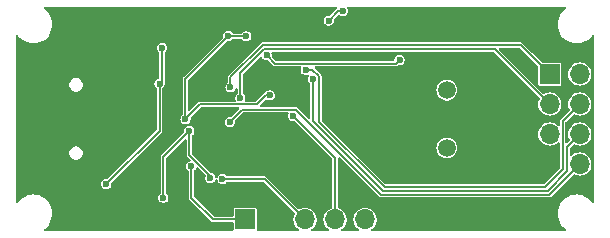
<source format=gbr>
%TF.GenerationSoftware,KiCad,Pcbnew,8.0.4*%
%TF.CreationDate,2024-10-29T04:22:13+09:00*%
%TF.ProjectId,ST-LINK-V2_1,53542d4c-494e-44b2-9d56-325f312e6b69,Rev2*%
%TF.SameCoordinates,Original*%
%TF.FileFunction,Copper,L2,Bot*%
%TF.FilePolarity,Positive*%
%FSLAX46Y46*%
G04 Gerber Fmt 4.6, Leading zero omitted, Abs format (unit mm)*
G04 Created by KiCad (PCBNEW 8.0.4) date 2024-10-29 04:22:13*
%MOMM*%
%LPD*%
G01*
G04 APERTURE LIST*
%TA.AperFunction,ComponentPad*%
%ADD10R,1.700000X1.700000*%
%TD*%
%TA.AperFunction,ComponentPad*%
%ADD11O,1.700000X1.700000*%
%TD*%
%TA.AperFunction,ComponentPad*%
%ADD12C,1.500000*%
%TD*%
%TA.AperFunction,ComponentPad*%
%ADD13O,2.100000X1.000000*%
%TD*%
%TA.AperFunction,ComponentPad*%
%ADD14O,1.800000X1.000000*%
%TD*%
%TA.AperFunction,ViaPad*%
%ADD15C,0.600000*%
%TD*%
%TA.AperFunction,Conductor*%
%ADD16C,0.200000*%
%TD*%
G04 APERTURE END LIST*
D10*
%TO.P,J2,1,Pin_1*%
%TO.N,/T_SWCLK*%
X43725000Y-4200000D03*
D11*
%TO.P,J2,2,Pin_2*%
%TO.N,+3.3V*%
X46265000Y-4200000D03*
%TO.P,J2,3,Pin_3*%
%TO.N,/T_SWDIO*%
X43725000Y-6740000D03*
%TO.P,J2,4,Pin_4*%
%TO.N,/T_RXD*%
X46265000Y-6740000D03*
%TO.P,J2,5,Pin_5*%
%TO.N,/T_NRST*%
X43725000Y-9280000D03*
%TO.P,J2,6,Pin_6*%
%TO.N,/T_TXD*%
X46265000Y-9280000D03*
%TO.P,J2,7,Pin_7*%
%TO.N,GND*%
X43725000Y-11820000D03*
%TO.P,J2,8,Pin_8*%
%TO.N,/T_SWO*%
X46265000Y-11820000D03*
%TD*%
D12*
%TO.P,Y1,1,1*%
%TO.N,/OSC_IN*%
X35000000Y-10450000D03*
%TO.P,Y1,2,2*%
%TO.N,/OSC_OUT*%
X35000000Y-5570000D03*
%TD*%
D10*
%TO.P,J3,1,Pin_1*%
%TO.N,/SWDIO*%
X17920000Y-16500000D03*
D11*
%TO.P,J3,2,Pin_2*%
%TO.N,GND*%
X20460000Y-16500000D03*
%TO.P,J3,3,Pin_3*%
%TO.N,/SWCLK*%
X23000000Y-16500000D03*
%TO.P,J3,4,Pin_4*%
%TO.N,/NRST*%
X25540000Y-16500000D03*
%TO.P,J3,5,Pin_5*%
%TO.N,+3.3V*%
X28080000Y-16500000D03*
%TD*%
D13*
%TO.P,J1,S1,SHIELD*%
%TO.N,GND*%
X4105000Y-3680000D03*
D14*
X-75000Y-3680000D03*
D13*
X4105000Y-12320000D03*
D14*
X-75000Y-12320000D03*
%TD*%
D15*
%TO.N,VCC*%
X6170000Y-13510000D03*
X10900000Y-1990000D03*
X10675000Y-5000000D03*
%TO.N,+3.3V*%
X14980000Y-13000000D03*
X11000000Y-14675000D03*
X16500000Y-980000D03*
X26180000Y1150000D03*
X12875000Y-8000000D03*
X18030000Y-1000000D03*
X13200000Y-9000000D03*
X25000000Y325000D03*
X20000000Y-6000000D03*
%TO.N,GND*%
X30000000Y-6000000D03*
X21000000Y-5500000D03*
X14000000Y-8500000D03*
X36500000Y-9250000D03*
X25660000Y-2660000D03*
X9800000Y-3000000D03*
X18000000Y-14000000D03*
X9500000Y-500000D03*
X15000000Y-4000000D03*
X39480000Y-5500000D03*
%TO.N,/NRST*%
X22000000Y-7750000D03*
%TO.N,/T_SWDIO*%
X17510000Y-6250000D03*
%TO.N,/T_SWCLK*%
X16680000Y-5320000D03*
%TO.N,/SWDIO*%
X13370000Y-12000000D03*
%TO.N,/T_RXD*%
X23050000Y-3840000D03*
%TO.N,/T_SWO*%
X16630000Y-8250000D03*
%TO.N,/T_TXD*%
X23660000Y-4620000D03*
%TO.N,/T_NRST*%
X31000000Y-3000000D03*
X19750000Y-2600000D03*
%TO.N,/SWCLK*%
X16000000Y-13083000D03*
%TD*%
D16*
%TO.N,VCC*%
X10675000Y-5000000D02*
X10675000Y-9005000D01*
X10675000Y-9005000D02*
X6170000Y-13510000D01*
X10900000Y-1990000D02*
X10900000Y-4775000D01*
X10900000Y-4775000D02*
X10675000Y-5000000D01*
%TO.N,+3.3V*%
X19710000Y-6000000D02*
X20000000Y-6000000D01*
X13200000Y-11028291D02*
X14980000Y-12808291D01*
X13200000Y-9000000D02*
X11000000Y-11200000D01*
X16520000Y-1000000D02*
X16500000Y-980000D01*
X13200000Y-9000000D02*
X13200000Y-11028291D01*
X18933000Y-6777000D02*
X14098000Y-6777000D01*
X25825000Y1150000D02*
X25000000Y325000D01*
X18030000Y-1000000D02*
X16520000Y-1000000D01*
X14980000Y-12808291D02*
X14980000Y-13000000D01*
X16500000Y-980000D02*
X12875000Y-4605000D01*
X18933000Y-6777000D02*
X19710000Y-6000000D01*
X26180000Y1150000D02*
X25825000Y1150000D01*
X11000000Y-11200000D02*
X11000000Y-14675000D01*
X14098000Y-6777000D02*
X12875000Y-8000000D01*
X12875000Y-4605000D02*
X12875000Y-8000000D01*
%TO.N,GND*%
X25847000Y-2473000D02*
X36453000Y-2473000D01*
X36453000Y-2473000D02*
X39480000Y-5500000D01*
X25660000Y-2660000D02*
X25847000Y-2473000D01*
%TO.N,/NRST*%
X25540000Y-16500000D02*
X25540000Y-11290000D01*
X25540000Y-11290000D02*
X22000000Y-7750000D01*
%TO.N,/T_SWDIO*%
X19531709Y-2073000D02*
X17510000Y-4094709D01*
X39058000Y-2073000D02*
X19531709Y-2073000D01*
X43725000Y-6740000D02*
X39058000Y-2073000D01*
X17510000Y-4094709D02*
X17510000Y-6250000D01*
%TO.N,/T_SWCLK*%
X43725000Y-4200000D02*
X41271000Y-1746000D01*
X19396261Y-1746000D02*
X16680000Y-4462261D01*
X41271000Y-1746000D02*
X19396261Y-1746000D01*
X16680000Y-4462261D02*
X16680000Y-5320000D01*
%TO.N,/SWDIO*%
X13370000Y-12000000D02*
X13370000Y-14670000D01*
X15200000Y-16500000D02*
X17920000Y-16500000D01*
X13370000Y-14670000D02*
X15200000Y-16500000D01*
%TO.N,/T_RXD*%
X29700000Y-13700000D02*
X29662448Y-13700000D01*
X44802000Y-12266109D02*
X43322109Y-13746000D01*
X24181224Y-8218776D02*
X24187000Y-8213000D01*
X29746000Y-13746000D02*
X29700000Y-13700000D01*
X24187000Y-8213000D02*
X24187000Y-4401709D01*
X43322109Y-13746000D02*
X29746000Y-13746000D01*
X29662448Y-13700000D02*
X24181224Y-8218776D01*
X44802000Y-8203000D02*
X44802000Y-12266109D01*
X23625291Y-3840000D02*
X23050000Y-3840000D01*
X24187000Y-4401709D02*
X23625291Y-3840000D01*
X46265000Y-6740000D02*
X44802000Y-8203000D01*
%TO.N,/T_SWO*%
X22218291Y-7223000D02*
X29395291Y-14400000D01*
X16630000Y-8250000D02*
X17657000Y-7223000D01*
X43685000Y-14400000D02*
X46265000Y-11820000D01*
X29395291Y-14400000D02*
X43685000Y-14400000D01*
X17657000Y-7223000D02*
X22218291Y-7223000D01*
%TO.N,/T_TXD*%
X23660000Y-4620000D02*
X23660000Y-8160000D01*
X23660000Y-8160000D02*
X29573000Y-14073000D01*
X45188000Y-12434552D02*
X45188000Y-10357000D01*
X45188000Y-10357000D02*
X46265000Y-9280000D01*
X43549552Y-14073000D02*
X45188000Y-12434552D01*
X29573000Y-14073000D02*
X43549552Y-14073000D01*
%TO.N,/T_NRST*%
X20463000Y-3313000D02*
X30687000Y-3313000D01*
X19750000Y-2600000D02*
X20463000Y-3313000D01*
X30687000Y-3313000D02*
X31000000Y-3000000D01*
%TO.N,/SWCLK*%
X23000000Y-16500000D02*
X19583000Y-13083000D01*
X19583000Y-13083000D02*
X16000000Y-13083000D01*
%TD*%
%TA.AperFunction,Conductor*%
%TO.N,GND*%
G36*
X25671951Y1480593D02*
G01*
X25707915Y1431093D01*
X25707915Y1369907D01*
X25683763Y1330496D01*
X25134761Y781496D01*
X25080245Y753719D01*
X25064758Y752500D01*
X24938533Y752500D01*
X24820582Y717866D01*
X24717167Y651406D01*
X24717167Y651405D01*
X24636667Y558504D01*
X24585598Y446677D01*
X24585597Y446674D01*
X24568104Y325003D01*
X24568104Y324998D01*
X24585597Y203327D01*
X24585598Y203324D01*
X24585598Y203323D01*
X24585599Y203321D01*
X24636666Y91499D01*
X24636667Y91497D01*
X24717167Y-1404D01*
X24717167Y-1405D01*
X24820582Y-67865D01*
X24820584Y-67866D01*
X24938535Y-102500D01*
X24938536Y-102500D01*
X25061464Y-102500D01*
X25061465Y-102500D01*
X25179416Y-67866D01*
X25282832Y-1405D01*
X25363334Y91499D01*
X25414401Y203321D01*
X25414402Y203327D01*
X25431896Y324999D01*
X25431896Y325001D01*
X25425100Y372262D01*
X25435532Y432552D01*
X25453085Y456354D01*
X25793979Y797248D01*
X25848494Y825023D01*
X25908926Y815452D01*
X25917502Y810527D01*
X26000584Y757134D01*
X26118535Y722500D01*
X26118536Y722500D01*
X26241464Y722500D01*
X26241465Y722500D01*
X26359416Y757134D01*
X26462832Y823595D01*
X26543334Y916499D01*
X26594401Y1028321D01*
X26611896Y1150000D01*
X26595266Y1265661D01*
X26594402Y1271674D01*
X26594401Y1271677D01*
X26594401Y1271679D01*
X26554351Y1359376D01*
X26547378Y1420161D01*
X26577465Y1473438D01*
X26633121Y1498855D01*
X26644406Y1499500D01*
X45032767Y1499500D01*
X45090958Y1480593D01*
X45126922Y1431093D01*
X45126922Y1369907D01*
X45090958Y1320407D01*
X45084495Y1316089D01*
X45056343Y1298838D01*
X45056335Y1298832D01*
X44864785Y1135233D01*
X44864767Y1135215D01*
X44701168Y943665D01*
X44701162Y943657D01*
X44569535Y728863D01*
X44569532Y728857D01*
X44473127Y496114D01*
X44414316Y251147D01*
X44394551Y0D01*
X44414316Y-251146D01*
X44473127Y-496113D01*
X44569532Y-728856D01*
X44569535Y-728862D01*
X44701162Y-943656D01*
X44701168Y-943664D01*
X44853204Y-1121676D01*
X44864776Y-1135224D01*
X44864782Y-1135229D01*
X44864785Y-1135232D01*
X45012824Y-1261669D01*
X45056341Y-1298836D01*
X45127941Y-1342712D01*
X45271137Y-1430464D01*
X45271143Y-1430467D01*
X45503887Y-1526872D01*
X45503889Y-1526873D01*
X45748852Y-1585683D01*
X46000000Y-1605449D01*
X46251148Y-1585683D01*
X46496111Y-1526873D01*
X46728859Y-1430466D01*
X46943659Y-1298836D01*
X47135224Y-1135224D01*
X47298836Y-943659D01*
X47316088Y-915505D01*
X47362613Y-875768D01*
X47423610Y-870967D01*
X47475780Y-902936D01*
X47499195Y-959464D01*
X47499500Y-967232D01*
X47499500Y-15032767D01*
X47480593Y-15090958D01*
X47431093Y-15126922D01*
X47369907Y-15126922D01*
X47320407Y-15090958D01*
X47316089Y-15084495D01*
X47309052Y-15073012D01*
X47298836Y-15056341D01*
X47251916Y-15001405D01*
X47135232Y-14864785D01*
X47135229Y-14864782D01*
X47135224Y-14864776D01*
X47135217Y-14864770D01*
X47135214Y-14864767D01*
X46943664Y-14701168D01*
X46943656Y-14701162D01*
X46728862Y-14569535D01*
X46728856Y-14569532D01*
X46496112Y-14473127D01*
X46496113Y-14473127D01*
X46251146Y-14414316D01*
X46000000Y-14394551D01*
X45748853Y-14414316D01*
X45503886Y-14473127D01*
X45271143Y-14569532D01*
X45271137Y-14569535D01*
X45056343Y-14701162D01*
X45056335Y-14701168D01*
X44864785Y-14864767D01*
X44864767Y-14864785D01*
X44701168Y-15056335D01*
X44701162Y-15056343D01*
X44569535Y-15271137D01*
X44569532Y-15271143D01*
X44473127Y-15503886D01*
X44414316Y-15748853D01*
X44394551Y-16000000D01*
X44414316Y-16251146D01*
X44473127Y-16496113D01*
X44569532Y-16728856D01*
X44569535Y-16728862D01*
X44701162Y-16943656D01*
X44701168Y-16943664D01*
X44788313Y-17045698D01*
X44864776Y-17135224D01*
X45056341Y-17298836D01*
X45056343Y-17298837D01*
X45084495Y-17316089D01*
X45124231Y-17362615D01*
X45129032Y-17423611D01*
X45097062Y-17475780D01*
X45040534Y-17499195D01*
X45032767Y-17499500D01*
X28678470Y-17499500D01*
X28620279Y-17480593D01*
X28584315Y-17431093D01*
X28584315Y-17369907D01*
X28620279Y-17320407D01*
X28623461Y-17318190D01*
X28625691Y-17316698D01*
X28625691Y-17316697D01*
X28625698Y-17316694D01*
X28774541Y-17194541D01*
X28896694Y-17045698D01*
X28987462Y-16875883D01*
X29043357Y-16691624D01*
X29052431Y-16599500D01*
X29062230Y-16500003D01*
X29062230Y-16499996D01*
X29043358Y-16308381D01*
X29043357Y-16308378D01*
X29043357Y-16308376D01*
X28987462Y-16124117D01*
X28948058Y-16050397D01*
X28896698Y-15954308D01*
X28896694Y-15954302D01*
X28774545Y-15805463D01*
X28774536Y-15805454D01*
X28625697Y-15683305D01*
X28625691Y-15683301D01*
X28455891Y-15592542D01*
X28455888Y-15592541D01*
X28455883Y-15592538D01*
X28271624Y-15536643D01*
X28271621Y-15536642D01*
X28271618Y-15536641D01*
X28080003Y-15517770D01*
X28079997Y-15517770D01*
X27888381Y-15536641D01*
X27888378Y-15536642D01*
X27704120Y-15592537D01*
X27704117Y-15592538D01*
X27704114Y-15592539D01*
X27704108Y-15592542D01*
X27534308Y-15683301D01*
X27534302Y-15683305D01*
X27385463Y-15805454D01*
X27385454Y-15805463D01*
X27263305Y-15954302D01*
X27263301Y-15954308D01*
X27172542Y-16124108D01*
X27172537Y-16124120D01*
X27116642Y-16308378D01*
X27116641Y-16308381D01*
X27097770Y-16499996D01*
X27097770Y-16500003D01*
X27116641Y-16691618D01*
X27116642Y-16691621D01*
X27116643Y-16691624D01*
X27172538Y-16875883D01*
X27172541Y-16875888D01*
X27172542Y-16875891D01*
X27263301Y-17045691D01*
X27263305Y-17045697D01*
X27385454Y-17194536D01*
X27385463Y-17194545D01*
X27450507Y-17247925D01*
X27534302Y-17316694D01*
X27534305Y-17316695D01*
X27534308Y-17316698D01*
X27536539Y-17318190D01*
X27537297Y-17319152D01*
X27538061Y-17319779D01*
X27537923Y-17319946D01*
X27574414Y-17366243D01*
X27576811Y-17427381D01*
X27542813Y-17478252D01*
X27485407Y-17499424D01*
X27481530Y-17499500D01*
X26138470Y-17499500D01*
X26080279Y-17480593D01*
X26044315Y-17431093D01*
X26044315Y-17369907D01*
X26080279Y-17320407D01*
X26083461Y-17318190D01*
X26085691Y-17316698D01*
X26085691Y-17316697D01*
X26085698Y-17316694D01*
X26234541Y-17194541D01*
X26356694Y-17045698D01*
X26447462Y-16875883D01*
X26503357Y-16691624D01*
X26512431Y-16599500D01*
X26522230Y-16500003D01*
X26522230Y-16499996D01*
X26503358Y-16308381D01*
X26503357Y-16308378D01*
X26503357Y-16308376D01*
X26447462Y-16124117D01*
X26408058Y-16050397D01*
X26356698Y-15954308D01*
X26356694Y-15954302D01*
X26234545Y-15805463D01*
X26234536Y-15805454D01*
X26085697Y-15683305D01*
X26085691Y-15683301D01*
X25915891Y-15592542D01*
X25915879Y-15592536D01*
X25837761Y-15568839D01*
X25787564Y-15533853D01*
X25767519Y-15476044D01*
X25767500Y-15474102D01*
X25767500Y-11332950D01*
X25786407Y-11274759D01*
X25835907Y-11238795D01*
X25897093Y-11238795D01*
X25936502Y-11262945D01*
X29266423Y-14592866D01*
X29266424Y-14592866D01*
X29266425Y-14592867D01*
X29350036Y-14627500D01*
X29350038Y-14627500D01*
X43730252Y-14627500D01*
X43730253Y-14627500D01*
X43813868Y-14592865D01*
X45700451Y-12706281D01*
X45754964Y-12678507D01*
X45815396Y-12688078D01*
X45817058Y-12688945D01*
X45889117Y-12727462D01*
X46073376Y-12783357D01*
X46073378Y-12783357D01*
X46073381Y-12783358D01*
X46264997Y-12802230D01*
X46265000Y-12802230D01*
X46265003Y-12802230D01*
X46456618Y-12783358D01*
X46456619Y-12783357D01*
X46456624Y-12783357D01*
X46640883Y-12727462D01*
X46766021Y-12660573D01*
X46810691Y-12636698D01*
X46810692Y-12636696D01*
X46810698Y-12636694D01*
X46959541Y-12514541D01*
X47081694Y-12365698D01*
X47099312Y-12332738D01*
X47114500Y-12304322D01*
X47172462Y-12195883D01*
X47228357Y-12011624D01*
X47229503Y-11999997D01*
X47247230Y-11820003D01*
X47247230Y-11819996D01*
X47228358Y-11628381D01*
X47228357Y-11628378D01*
X47228357Y-11628376D01*
X47172462Y-11444117D01*
X47124955Y-11355237D01*
X47081698Y-11274308D01*
X47081694Y-11274302D01*
X46959545Y-11125463D01*
X46959536Y-11125454D01*
X46810697Y-11003305D01*
X46810691Y-11003301D01*
X46640891Y-10912542D01*
X46640888Y-10912541D01*
X46640883Y-10912538D01*
X46456624Y-10856643D01*
X46456621Y-10856642D01*
X46456618Y-10856641D01*
X46265003Y-10837770D01*
X46264997Y-10837770D01*
X46073381Y-10856641D01*
X46073378Y-10856642D01*
X45902306Y-10908537D01*
X45889117Y-10912538D01*
X45889114Y-10912539D01*
X45889108Y-10912542D01*
X45719308Y-11003301D01*
X45719302Y-11003305D01*
X45577305Y-11119839D01*
X45520328Y-11142139D01*
X45461125Y-11126690D01*
X45422310Y-11079393D01*
X45415500Y-11043311D01*
X45415500Y-10492239D01*
X45434407Y-10434048D01*
X45444490Y-10422242D01*
X45700448Y-10166283D01*
X45754963Y-10138507D01*
X45815395Y-10148078D01*
X45817118Y-10148978D01*
X45889107Y-10187457D01*
X45889117Y-10187462D01*
X46073376Y-10243357D01*
X46073378Y-10243357D01*
X46073381Y-10243358D01*
X46264997Y-10262230D01*
X46265000Y-10262230D01*
X46265003Y-10262230D01*
X46456618Y-10243358D01*
X46456619Y-10243357D01*
X46456624Y-10243357D01*
X46640883Y-10187462D01*
X46810698Y-10096694D01*
X46959541Y-9974541D01*
X47081694Y-9825698D01*
X47172462Y-9655883D01*
X47228357Y-9471624D01*
X47233834Y-9416022D01*
X47247230Y-9280003D01*
X47247230Y-9279996D01*
X47228358Y-9088381D01*
X47228357Y-9088378D01*
X47228357Y-9088376D01*
X47172462Y-8904117D01*
X47098904Y-8766499D01*
X47081698Y-8734308D01*
X47081694Y-8734302D01*
X46959545Y-8585463D01*
X46959536Y-8585454D01*
X46810697Y-8463305D01*
X46810691Y-8463301D01*
X46640891Y-8372542D01*
X46640888Y-8372541D01*
X46640883Y-8372538D01*
X46456624Y-8316643D01*
X46456621Y-8316642D01*
X46456618Y-8316641D01*
X46265003Y-8297770D01*
X46264997Y-8297770D01*
X46073381Y-8316641D01*
X46073378Y-8316642D01*
X45889120Y-8372537D01*
X45889117Y-8372538D01*
X45889114Y-8372539D01*
X45889108Y-8372542D01*
X45719308Y-8463301D01*
X45719302Y-8463305D01*
X45570463Y-8585454D01*
X45570454Y-8585463D01*
X45448305Y-8734302D01*
X45448301Y-8734308D01*
X45357542Y-8904108D01*
X45357537Y-8904120D01*
X45301642Y-9088378D01*
X45301641Y-9088381D01*
X45282770Y-9279996D01*
X45282770Y-9280003D01*
X45301641Y-9471618D01*
X45301642Y-9471621D01*
X45301643Y-9471624D01*
X45357538Y-9655883D01*
X45390866Y-9718237D01*
X45396021Y-9727880D01*
X45406776Y-9788113D01*
X45380074Y-9843164D01*
X45378714Y-9844551D01*
X45198504Y-10024762D01*
X45143987Y-10052540D01*
X45083555Y-10042969D01*
X45040290Y-9999704D01*
X45029500Y-9954759D01*
X45029500Y-8338240D01*
X45048407Y-8280049D01*
X45058490Y-8268242D01*
X45700449Y-7626282D01*
X45754964Y-7598507D01*
X45815396Y-7608078D01*
X45817035Y-7608934D01*
X45889117Y-7647462D01*
X46073376Y-7703357D01*
X46073378Y-7703357D01*
X46073381Y-7703358D01*
X46264997Y-7722230D01*
X46265000Y-7722230D01*
X46265003Y-7722230D01*
X46456618Y-7703358D01*
X46456619Y-7703357D01*
X46456624Y-7703357D01*
X46640883Y-7647462D01*
X46810698Y-7556694D01*
X46959541Y-7434541D01*
X47081694Y-7285698D01*
X47083798Y-7281763D01*
X47141663Y-7173504D01*
X47172462Y-7115883D01*
X47228357Y-6931624D01*
X47228804Y-6927093D01*
X47247230Y-6740003D01*
X47247230Y-6739996D01*
X47228358Y-6548381D01*
X47228357Y-6548378D01*
X47228357Y-6548376D01*
X47172462Y-6364117D01*
X47133058Y-6290397D01*
X47081698Y-6194308D01*
X47081694Y-6194302D01*
X46959545Y-6045463D01*
X46959536Y-6045454D01*
X46810697Y-5923305D01*
X46810691Y-5923301D01*
X46640891Y-5832542D01*
X46640888Y-5832541D01*
X46640883Y-5832538D01*
X46456624Y-5776643D01*
X46456621Y-5776642D01*
X46456618Y-5776641D01*
X46265003Y-5757770D01*
X46264997Y-5757770D01*
X46073381Y-5776641D01*
X46073378Y-5776642D01*
X45889120Y-5832537D01*
X45889117Y-5832538D01*
X45889114Y-5832539D01*
X45889108Y-5832542D01*
X45719308Y-5923301D01*
X45719302Y-5923305D01*
X45570463Y-6045454D01*
X45570454Y-6045463D01*
X45448305Y-6194302D01*
X45448301Y-6194308D01*
X45357542Y-6364108D01*
X45357537Y-6364120D01*
X45301642Y-6548378D01*
X45301641Y-6548381D01*
X45282770Y-6739996D01*
X45282770Y-6740003D01*
X45301641Y-6931618D01*
X45301642Y-6931621D01*
X45357539Y-7115886D01*
X45357540Y-7115888D01*
X45396020Y-7187879D01*
X45406776Y-7248111D01*
X45380074Y-7303163D01*
X45378714Y-7304550D01*
X44673132Y-8010134D01*
X44609138Y-8074128D01*
X44609136Y-8074130D01*
X44609135Y-8074132D01*
X44589440Y-8121679D01*
X44574500Y-8157747D01*
X44574500Y-8503311D01*
X44555593Y-8561502D01*
X44506093Y-8597466D01*
X44444907Y-8597466D01*
X44412695Y-8579839D01*
X44270697Y-8463305D01*
X44270691Y-8463301D01*
X44100891Y-8372542D01*
X44100888Y-8372541D01*
X44100883Y-8372538D01*
X43916624Y-8316643D01*
X43916621Y-8316642D01*
X43916618Y-8316641D01*
X43725003Y-8297770D01*
X43724997Y-8297770D01*
X43533381Y-8316641D01*
X43533378Y-8316642D01*
X43349120Y-8372537D01*
X43349117Y-8372538D01*
X43349114Y-8372539D01*
X43349108Y-8372542D01*
X43179308Y-8463301D01*
X43179302Y-8463305D01*
X43030463Y-8585454D01*
X43030454Y-8585463D01*
X42908305Y-8734302D01*
X42908301Y-8734308D01*
X42817542Y-8904108D01*
X42817537Y-8904120D01*
X42761642Y-9088378D01*
X42761641Y-9088381D01*
X42742770Y-9279996D01*
X42742770Y-9280003D01*
X42761641Y-9471618D01*
X42761642Y-9471621D01*
X42761643Y-9471624D01*
X42817538Y-9655883D01*
X42817541Y-9655888D01*
X42817542Y-9655891D01*
X42908301Y-9825691D01*
X42908305Y-9825697D01*
X43030454Y-9974536D01*
X43030463Y-9974545D01*
X43179302Y-10096694D01*
X43179308Y-10096698D01*
X43277118Y-10148978D01*
X43349117Y-10187462D01*
X43533376Y-10243357D01*
X43533378Y-10243357D01*
X43533381Y-10243358D01*
X43724997Y-10262230D01*
X43725000Y-10262230D01*
X43725003Y-10262230D01*
X43916618Y-10243358D01*
X43916619Y-10243357D01*
X43916624Y-10243357D01*
X44100883Y-10187462D01*
X44270698Y-10096694D01*
X44388880Y-9999704D01*
X44412695Y-9980160D01*
X44469672Y-9957860D01*
X44528875Y-9973308D01*
X44567690Y-10020605D01*
X44574500Y-10056688D01*
X44574500Y-12130867D01*
X44555593Y-12189058D01*
X44545504Y-12200871D01*
X43256872Y-13489504D01*
X43202355Y-13517281D01*
X43186868Y-13518500D01*
X29875907Y-13518500D01*
X29839314Y-13507389D01*
X29837874Y-13510866D01*
X29828868Y-13507135D01*
X29809369Y-13499058D01*
X29782954Y-13488116D01*
X29750838Y-13466657D01*
X26734181Y-10450000D01*
X34117666Y-10450000D01*
X34122105Y-10492239D01*
X34136948Y-10633453D01*
X34193946Y-10808873D01*
X34193952Y-10808887D01*
X34266221Y-10934058D01*
X34286177Y-10968623D01*
X34409603Y-11105702D01*
X34558833Y-11214124D01*
X34558837Y-11214126D01*
X34558839Y-11214127D01*
X34614245Y-11238795D01*
X34727344Y-11289150D01*
X34907771Y-11327500D01*
X34907774Y-11327500D01*
X35092226Y-11327500D01*
X35092229Y-11327500D01*
X35272656Y-11289150D01*
X35441167Y-11214124D01*
X35590397Y-11105702D01*
X35713823Y-10968623D01*
X35806052Y-10808878D01*
X35863053Y-10633448D01*
X35882334Y-10450000D01*
X35863053Y-10266552D01*
X35806052Y-10091122D01*
X35806049Y-10091117D01*
X35806047Y-10091112D01*
X35738746Y-9974545D01*
X35713823Y-9931377D01*
X35590397Y-9794298D01*
X35441167Y-9685876D01*
X35441163Y-9685874D01*
X35441160Y-9685872D01*
X35272658Y-9610851D01*
X35272653Y-9610849D01*
X35207276Y-9596953D01*
X35092229Y-9572500D01*
X34907771Y-9572500D01*
X34812890Y-9592666D01*
X34727346Y-9610849D01*
X34727341Y-9610851D01*
X34558839Y-9685872D01*
X34558836Y-9685874D01*
X34409601Y-9794299D01*
X34286175Y-9931379D01*
X34286175Y-9931380D01*
X34193952Y-10091112D01*
X34193946Y-10091126D01*
X34136948Y-10266546D01*
X34136947Y-10266550D01*
X34136947Y-10266552D01*
X34117666Y-10450000D01*
X26734181Y-10450000D01*
X24443496Y-8159315D01*
X24415719Y-8104798D01*
X24414500Y-8089311D01*
X24414500Y-5570000D01*
X34117666Y-5570000D01*
X34129805Y-5685500D01*
X34136948Y-5753453D01*
X34193946Y-5928873D01*
X34193952Y-5928887D01*
X34267222Y-6055792D01*
X34286177Y-6088623D01*
X34409603Y-6225702D01*
X34558833Y-6334124D01*
X34558837Y-6334126D01*
X34558839Y-6334127D01*
X34595405Y-6350407D01*
X34727344Y-6409150D01*
X34907771Y-6447500D01*
X34907774Y-6447500D01*
X35092226Y-6447500D01*
X35092229Y-6447500D01*
X35272656Y-6409150D01*
X35441167Y-6334124D01*
X35590397Y-6225702D01*
X35713823Y-6088623D01*
X35806052Y-5928878D01*
X35863053Y-5753448D01*
X35882334Y-5570000D01*
X35863053Y-5386552D01*
X35806052Y-5211122D01*
X35806049Y-5211117D01*
X35806047Y-5211112D01*
X35746201Y-5107457D01*
X35713823Y-5051377D01*
X35590397Y-4914298D01*
X35441167Y-4805876D01*
X35441163Y-4805874D01*
X35441160Y-4805872D01*
X35272658Y-4730851D01*
X35272653Y-4730849D01*
X35207276Y-4716953D01*
X35092229Y-4692500D01*
X34907771Y-4692500D01*
X34812890Y-4712666D01*
X34727346Y-4730849D01*
X34727341Y-4730851D01*
X34558839Y-4805872D01*
X34558836Y-4805874D01*
X34409601Y-4914299D01*
X34286175Y-5051379D01*
X34286175Y-5051380D01*
X34193952Y-5211112D01*
X34193946Y-5211126D01*
X34136948Y-5386546D01*
X34136947Y-5386550D01*
X34136947Y-5386552D01*
X34117666Y-5570000D01*
X24414500Y-5570000D01*
X24414500Y-4356456D01*
X24404947Y-4333394D01*
X24379865Y-4272841D01*
X24354368Y-4247344D01*
X24315868Y-4208843D01*
X24315868Y-4208844D01*
X23816525Y-3709501D01*
X23788750Y-3654987D01*
X23798321Y-3594555D01*
X23841586Y-3551290D01*
X23886531Y-3540500D01*
X30732252Y-3540500D01*
X30732253Y-3540500D01*
X30815868Y-3505865D01*
X30865235Y-3456496D01*
X30919751Y-3428719D01*
X30935239Y-3427500D01*
X31061464Y-3427500D01*
X31061465Y-3427500D01*
X31179416Y-3392866D01*
X31282832Y-3326405D01*
X31363334Y-3233501D01*
X31414401Y-3121679D01*
X31429388Y-3017444D01*
X31431896Y-3000002D01*
X31431896Y-2999997D01*
X31414402Y-2878326D01*
X31414401Y-2878323D01*
X31414401Y-2878321D01*
X31363334Y-2766499D01*
X31363332Y-2766497D01*
X31363332Y-2766496D01*
X31282832Y-2673595D01*
X31282832Y-2673594D01*
X31179417Y-2607134D01*
X31061466Y-2572500D01*
X31061465Y-2572500D01*
X30938535Y-2572500D01*
X30938533Y-2572500D01*
X30820582Y-2607134D01*
X30717167Y-2673594D01*
X30717167Y-2673595D01*
X30636667Y-2766496D01*
X30585598Y-2878323D01*
X30585597Y-2878326D01*
X30568019Y-3000589D01*
X30541023Y-3055497D01*
X30486909Y-3084050D01*
X30470027Y-3085500D01*
X20598241Y-3085500D01*
X20540050Y-3066593D01*
X20528237Y-3056504D01*
X20203088Y-2731355D01*
X20175311Y-2676838D01*
X20175100Y-2647260D01*
X20181896Y-2599999D01*
X20181896Y-2599998D01*
X20164402Y-2478326D01*
X20164401Y-2478323D01*
X20164401Y-2478321D01*
X20147185Y-2440624D01*
X20140212Y-2379839D01*
X20170299Y-2326562D01*
X20225955Y-2301145D01*
X20237240Y-2300500D01*
X38922759Y-2300500D01*
X38980950Y-2319407D01*
X38992763Y-2329496D01*
X42838714Y-6175448D01*
X42866491Y-6229965D01*
X42856920Y-6290397D01*
X42856021Y-6292120D01*
X42817538Y-6364116D01*
X42761642Y-6548378D01*
X42761641Y-6548381D01*
X42742770Y-6739996D01*
X42742770Y-6740003D01*
X42761641Y-6931618D01*
X42761642Y-6931621D01*
X42761643Y-6931624D01*
X42817538Y-7115883D01*
X42817540Y-7115886D01*
X42817542Y-7115891D01*
X42908301Y-7285691D01*
X42908305Y-7285697D01*
X43030454Y-7434536D01*
X43030463Y-7434545D01*
X43179302Y-7556694D01*
X43179308Y-7556698D01*
X43277118Y-7608978D01*
X43349117Y-7647462D01*
X43533376Y-7703357D01*
X43533378Y-7703357D01*
X43533381Y-7703358D01*
X43724997Y-7722230D01*
X43725000Y-7722230D01*
X43725003Y-7722230D01*
X43916618Y-7703358D01*
X43916619Y-7703357D01*
X43916624Y-7703357D01*
X44100883Y-7647462D01*
X44270698Y-7556694D01*
X44419541Y-7434541D01*
X44541694Y-7285698D01*
X44543798Y-7281763D01*
X44601663Y-7173504D01*
X44632462Y-7115883D01*
X44688357Y-6931624D01*
X44688804Y-6927093D01*
X44707230Y-6740003D01*
X44707230Y-6739996D01*
X44688358Y-6548381D01*
X44688357Y-6548378D01*
X44688357Y-6548376D01*
X44632462Y-6364117D01*
X44593058Y-6290397D01*
X44541698Y-6194308D01*
X44541694Y-6194302D01*
X44419545Y-6045463D01*
X44419536Y-6045454D01*
X44270697Y-5923305D01*
X44270691Y-5923301D01*
X44100891Y-5832542D01*
X44100888Y-5832541D01*
X44100883Y-5832538D01*
X43916624Y-5776643D01*
X43916621Y-5776642D01*
X43916618Y-5776641D01*
X43725003Y-5757770D01*
X43724997Y-5757770D01*
X43533381Y-5776641D01*
X43533378Y-5776642D01*
X43349116Y-5832538D01*
X43302590Y-5857406D01*
X43277119Y-5871021D01*
X43216887Y-5881776D01*
X43161836Y-5855074D01*
X43160448Y-5853714D01*
X41315110Y-4008376D01*
X39449236Y-2142503D01*
X39421460Y-2087987D01*
X39431031Y-2027555D01*
X39474296Y-1984290D01*
X39519241Y-1973500D01*
X41135759Y-1973500D01*
X41193950Y-1992407D01*
X41205763Y-2002496D01*
X42718504Y-3515237D01*
X42746281Y-3569754D01*
X42747500Y-3585241D01*
X42747500Y-5062558D01*
X42754898Y-5099748D01*
X42754899Y-5099749D01*
X42754898Y-5099749D01*
X42760052Y-5107462D01*
X42783078Y-5141922D01*
X42825252Y-5170102D01*
X42862442Y-5177500D01*
X42862447Y-5177500D01*
X44587553Y-5177500D01*
X44587558Y-5177500D01*
X44624748Y-5170102D01*
X44666922Y-5141922D01*
X44695102Y-5099748D01*
X44702500Y-5062558D01*
X44702500Y-4199996D01*
X45282770Y-4199996D01*
X45282770Y-4200003D01*
X45301641Y-4391618D01*
X45301642Y-4391621D01*
X45301643Y-4391624D01*
X45357538Y-4575883D01*
X45357541Y-4575888D01*
X45357542Y-4575891D01*
X45448301Y-4745691D01*
X45448305Y-4745697D01*
X45570454Y-4894536D01*
X45570463Y-4894545D01*
X45719302Y-5016694D01*
X45719308Y-5016698D01*
X45849898Y-5086499D01*
X45889117Y-5107462D01*
X46073376Y-5163357D01*
X46073378Y-5163357D01*
X46073381Y-5163358D01*
X46264997Y-5182230D01*
X46265000Y-5182230D01*
X46265003Y-5182230D01*
X46456618Y-5163358D01*
X46456619Y-5163357D01*
X46456624Y-5163357D01*
X46640883Y-5107462D01*
X46810698Y-5016694D01*
X46959541Y-4894541D01*
X47081694Y-4745698D01*
X47083846Y-4741673D01*
X47133123Y-4649481D01*
X47172462Y-4575883D01*
X47228357Y-4391624D01*
X47229940Y-4375557D01*
X47247230Y-4200003D01*
X47247230Y-4199996D01*
X47228358Y-4008381D01*
X47228357Y-4008378D01*
X47228357Y-4008376D01*
X47172462Y-3824117D01*
X47115913Y-3718321D01*
X47081698Y-3654308D01*
X47081694Y-3654302D01*
X46959545Y-3505463D01*
X46959536Y-3505454D01*
X46810697Y-3383305D01*
X46810691Y-3383301D01*
X46640891Y-3292542D01*
X46640888Y-3292541D01*
X46640883Y-3292538D01*
X46456624Y-3236643D01*
X46456621Y-3236642D01*
X46456618Y-3236641D01*
X46265003Y-3217770D01*
X46264997Y-3217770D01*
X46073381Y-3236641D01*
X46073378Y-3236642D01*
X46002708Y-3258080D01*
X45889117Y-3292538D01*
X45889114Y-3292539D01*
X45889108Y-3292542D01*
X45719308Y-3383301D01*
X45719302Y-3383305D01*
X45570463Y-3505454D01*
X45570454Y-3505463D01*
X45448305Y-3654302D01*
X45448301Y-3654308D01*
X45357542Y-3824108D01*
X45357537Y-3824120D01*
X45301642Y-4008378D01*
X45301641Y-4008381D01*
X45282770Y-4199996D01*
X44702500Y-4199996D01*
X44702500Y-3337442D01*
X44695102Y-3300252D01*
X44689950Y-3292542D01*
X44666923Y-3258080D01*
X44666922Y-3258078D01*
X44624748Y-3229898D01*
X44587558Y-3222500D01*
X44587554Y-3222500D01*
X43110241Y-3222500D01*
X43052050Y-3203593D01*
X43040237Y-3193504D01*
X42226572Y-2379839D01*
X41399868Y-1553135D01*
X41316253Y-1518500D01*
X19351008Y-1518500D01*
X19267393Y-1553135D01*
X19267392Y-1553135D01*
X16551132Y-4269396D01*
X16551131Y-4269395D01*
X16487138Y-4333389D01*
X16487136Y-4333391D01*
X16487135Y-4333393D01*
X16452500Y-4417008D01*
X16452500Y-4903977D01*
X16433593Y-4962168D01*
X16407024Y-4987261D01*
X16397170Y-4993593D01*
X16397168Y-4993594D01*
X16397168Y-4993595D01*
X16347098Y-5051379D01*
X16316666Y-5086499D01*
X16265598Y-5198323D01*
X16265597Y-5198326D01*
X16248104Y-5319997D01*
X16248104Y-5320002D01*
X16265597Y-5441673D01*
X16265598Y-5441676D01*
X16265598Y-5441677D01*
X16265599Y-5441679D01*
X16275503Y-5463365D01*
X16316667Y-5553503D01*
X16397167Y-5646404D01*
X16397167Y-5646405D01*
X16458001Y-5685500D01*
X16500584Y-5712866D01*
X16618535Y-5747500D01*
X16618536Y-5747500D01*
X16741464Y-5747500D01*
X16741465Y-5747500D01*
X16859416Y-5712866D01*
X16962832Y-5646405D01*
X17043334Y-5553501D01*
X17093447Y-5443767D01*
X17134818Y-5398691D01*
X17194785Y-5386540D01*
X17250441Y-5411957D01*
X17280528Y-5465234D01*
X17282500Y-5484895D01*
X17282500Y-5833977D01*
X17263593Y-5892168D01*
X17237024Y-5917261D01*
X17227170Y-5923593D01*
X17227168Y-5923594D01*
X17227168Y-5923595D01*
X17160965Y-5999997D01*
X17146666Y-6016499D01*
X17095598Y-6128323D01*
X17095597Y-6128326D01*
X17078104Y-6249997D01*
X17078104Y-6250002D01*
X17095597Y-6371673D01*
X17095598Y-6371676D01*
X17095598Y-6371677D01*
X17095599Y-6371679D01*
X17112711Y-6409150D01*
X17112814Y-6409374D01*
X17119788Y-6470161D01*
X17089701Y-6523438D01*
X17034045Y-6548855D01*
X17022760Y-6549500D01*
X14052747Y-6549500D01*
X13969132Y-6584135D01*
X13969131Y-6584136D01*
X13271504Y-7281763D01*
X13216987Y-7309540D01*
X13156555Y-7299969D01*
X13113290Y-7256704D01*
X13102500Y-7211759D01*
X13102500Y-4740240D01*
X13121407Y-4682049D01*
X13131490Y-4670242D01*
X16365236Y-1436495D01*
X16419753Y-1408719D01*
X16435240Y-1407500D01*
X16561464Y-1407500D01*
X16561465Y-1407500D01*
X16679416Y-1372866D01*
X16782832Y-1306405D01*
X16821597Y-1261667D01*
X16873991Y-1230073D01*
X16896415Y-1227500D01*
X17616254Y-1227500D01*
X17674445Y-1246407D01*
X17691073Y-1261669D01*
X17747167Y-1326404D01*
X17747167Y-1326405D01*
X17819463Y-1372866D01*
X17850584Y-1392866D01*
X17968535Y-1427500D01*
X17968536Y-1427500D01*
X18091464Y-1427500D01*
X18091465Y-1427500D01*
X18209416Y-1392866D01*
X18312832Y-1326405D01*
X18393334Y-1233501D01*
X18444401Y-1121679D01*
X18461896Y-1000000D01*
X18459020Y-980000D01*
X18444402Y-878326D01*
X18444401Y-878323D01*
X18444401Y-878321D01*
X18393334Y-766499D01*
X18393332Y-766497D01*
X18393332Y-766496D01*
X18312832Y-673595D01*
X18312832Y-673594D01*
X18209417Y-607134D01*
X18091466Y-572500D01*
X18091465Y-572500D01*
X17968535Y-572500D01*
X17968533Y-572500D01*
X17850582Y-607134D01*
X17747167Y-673594D01*
X17747167Y-673595D01*
X17691073Y-738331D01*
X17638677Y-769927D01*
X17616254Y-772500D01*
X16931076Y-772500D01*
X16872885Y-753593D01*
X16856257Y-738331D01*
X16782832Y-653595D01*
X16782832Y-653594D01*
X16679417Y-587134D01*
X16561466Y-552500D01*
X16561465Y-552500D01*
X16438535Y-552500D01*
X16438533Y-552500D01*
X16320582Y-587134D01*
X16217167Y-653594D01*
X16217167Y-653595D01*
X16136667Y-746496D01*
X16085598Y-858323D01*
X16085597Y-858326D01*
X16068104Y-979997D01*
X16068104Y-980001D01*
X16074899Y-1027260D01*
X16064466Y-1087550D01*
X16046911Y-1111354D01*
X12746132Y-4412135D01*
X12746131Y-4412134D01*
X12682138Y-4476128D01*
X12682136Y-4476130D01*
X12682135Y-4476132D01*
X12682135Y-4476133D01*
X12647500Y-4559747D01*
X12647500Y-7583977D01*
X12628593Y-7642168D01*
X12602024Y-7667261D01*
X12592170Y-7673593D01*
X12592168Y-7673594D01*
X12592168Y-7673595D01*
X12525965Y-7749997D01*
X12511666Y-7766499D01*
X12460598Y-7878323D01*
X12460597Y-7878326D01*
X12443104Y-7999997D01*
X12443104Y-8000002D01*
X12460597Y-8121673D01*
X12460598Y-8121676D01*
X12460598Y-8121677D01*
X12460599Y-8121679D01*
X12494726Y-8196407D01*
X12511667Y-8233503D01*
X12592167Y-8326404D01*
X12592167Y-8326405D01*
X12695582Y-8392865D01*
X12695584Y-8392866D01*
X12813535Y-8427500D01*
X12813536Y-8427500D01*
X12936464Y-8427500D01*
X12936465Y-8427500D01*
X12936467Y-8427499D01*
X12936469Y-8427499D01*
X12945579Y-8424824D01*
X13006739Y-8426568D01*
X13017677Y-8435002D01*
X13023127Y-8419731D01*
X13049712Y-8398643D01*
X13048460Y-8396694D01*
X13157832Y-8326405D01*
X13238334Y-8233501D01*
X13289401Y-8121679D01*
X13294055Y-8089311D01*
X13306896Y-8000001D01*
X13306896Y-7999999D01*
X13300100Y-7952738D01*
X13310532Y-7892448D01*
X13328089Y-7868643D01*
X14163238Y-7033496D01*
X14217754Y-7005719D01*
X14233241Y-7004500D01*
X17314760Y-7004500D01*
X17372951Y-7023407D01*
X17408915Y-7072907D01*
X17408915Y-7134093D01*
X17384763Y-7173504D01*
X16764761Y-7793504D01*
X16710245Y-7821281D01*
X16694758Y-7822500D01*
X16568533Y-7822500D01*
X16450582Y-7857134D01*
X16347167Y-7923594D01*
X16347167Y-7923595D01*
X16266667Y-8016496D01*
X16215598Y-8128323D01*
X16215597Y-8128326D01*
X16198104Y-8249997D01*
X16198104Y-8250002D01*
X16215597Y-8371673D01*
X16215598Y-8371676D01*
X16215598Y-8371677D01*
X16215599Y-8371679D01*
X16257441Y-8463301D01*
X16266667Y-8483503D01*
X16347167Y-8576404D01*
X16347167Y-8576405D01*
X16450582Y-8642865D01*
X16450584Y-8642866D01*
X16568535Y-8677500D01*
X16568536Y-8677500D01*
X16691464Y-8677500D01*
X16691465Y-8677500D01*
X16809416Y-8642866D01*
X16912832Y-8576405D01*
X16993334Y-8483501D01*
X17044401Y-8371679D01*
X17049209Y-8338240D01*
X17061896Y-8250001D01*
X17061896Y-8249999D01*
X17059492Y-8233281D01*
X17055100Y-8202737D01*
X17065532Y-8142448D01*
X17083089Y-8118643D01*
X17722238Y-7479496D01*
X17776754Y-7451719D01*
X17792241Y-7450500D01*
X21512760Y-7450500D01*
X21570951Y-7469407D01*
X21606915Y-7518907D01*
X21606915Y-7580093D01*
X21602816Y-7590620D01*
X21594844Y-7608078D01*
X21585598Y-7628323D01*
X21585597Y-7628326D01*
X21568104Y-7749997D01*
X21568104Y-7750002D01*
X21585597Y-7871673D01*
X21585598Y-7871676D01*
X21585598Y-7871677D01*
X21585599Y-7871679D01*
X21636666Y-7983501D01*
X21636667Y-7983503D01*
X21717167Y-8076404D01*
X21717167Y-8076405D01*
X21820582Y-8142865D01*
X21820584Y-8142866D01*
X21938535Y-8177500D01*
X21938536Y-8177500D01*
X22064759Y-8177500D01*
X22122950Y-8196407D01*
X22134763Y-8206496D01*
X25283504Y-11355237D01*
X25311281Y-11409754D01*
X25312500Y-11425241D01*
X25312500Y-15474102D01*
X25293593Y-15532293D01*
X25244093Y-15568257D01*
X25242239Y-15568839D01*
X25164120Y-15592536D01*
X25164108Y-15592542D01*
X24994308Y-15683301D01*
X24994302Y-15683305D01*
X24845463Y-15805454D01*
X24845454Y-15805463D01*
X24723305Y-15954302D01*
X24723301Y-15954308D01*
X24632542Y-16124108D01*
X24632537Y-16124120D01*
X24576642Y-16308378D01*
X24576641Y-16308381D01*
X24557770Y-16499996D01*
X24557770Y-16500003D01*
X24576641Y-16691618D01*
X24576642Y-16691621D01*
X24576643Y-16691624D01*
X24632538Y-16875883D01*
X24632541Y-16875888D01*
X24632542Y-16875891D01*
X24723301Y-17045691D01*
X24723305Y-17045697D01*
X24845454Y-17194536D01*
X24845463Y-17194545D01*
X24910507Y-17247925D01*
X24994302Y-17316694D01*
X24994305Y-17316695D01*
X24994308Y-17316698D01*
X24996539Y-17318190D01*
X24997297Y-17319152D01*
X24998061Y-17319779D01*
X24997923Y-17319946D01*
X25034414Y-17366243D01*
X25036811Y-17427381D01*
X25002813Y-17478252D01*
X24945407Y-17499424D01*
X24941530Y-17499500D01*
X23598470Y-17499500D01*
X23540279Y-17480593D01*
X23504315Y-17431093D01*
X23504315Y-17369907D01*
X23540279Y-17320407D01*
X23543461Y-17318190D01*
X23545691Y-17316698D01*
X23545691Y-17316697D01*
X23545698Y-17316694D01*
X23694541Y-17194541D01*
X23816694Y-17045698D01*
X23907462Y-16875883D01*
X23963357Y-16691624D01*
X23972431Y-16599500D01*
X23982230Y-16500003D01*
X23982230Y-16499996D01*
X23963358Y-16308381D01*
X23963357Y-16308378D01*
X23963357Y-16308376D01*
X23907462Y-16124117D01*
X23868058Y-16050397D01*
X23816698Y-15954308D01*
X23816694Y-15954302D01*
X23694545Y-15805463D01*
X23694536Y-15805454D01*
X23545697Y-15683305D01*
X23545691Y-15683301D01*
X23375891Y-15592542D01*
X23375888Y-15592541D01*
X23375883Y-15592538D01*
X23191624Y-15536643D01*
X23191621Y-15536642D01*
X23191618Y-15536641D01*
X23000003Y-15517770D01*
X22999997Y-15517770D01*
X22808381Y-15536641D01*
X22808378Y-15536642D01*
X22624116Y-15592538D01*
X22577590Y-15617406D01*
X22552119Y-15631021D01*
X22491887Y-15641776D01*
X22436836Y-15615074D01*
X22435448Y-15613714D01*
X21823138Y-15001404D01*
X19711868Y-12890135D01*
X19628253Y-12855500D01*
X19628252Y-12855500D01*
X16413746Y-12855500D01*
X16355555Y-12836593D01*
X16338927Y-12821331D01*
X16282832Y-12756595D01*
X16282832Y-12756594D01*
X16179417Y-12690134D01*
X16061466Y-12655500D01*
X16061465Y-12655500D01*
X15938535Y-12655500D01*
X15938533Y-12655500D01*
X15820582Y-12690134D01*
X15717167Y-12756594D01*
X15717167Y-12756595D01*
X15636666Y-12849498D01*
X15589320Y-12953170D01*
X15547948Y-12998247D01*
X15487981Y-13010398D01*
X15432325Y-12984980D01*
X15402239Y-12931703D01*
X15401280Y-12926169D01*
X15394401Y-12878321D01*
X15343334Y-12766499D01*
X15343332Y-12766497D01*
X15343332Y-12766496D01*
X15262832Y-12673595D01*
X15262832Y-12673594D01*
X15159415Y-12607133D01*
X15159413Y-12607132D01*
X15100360Y-12589792D01*
X15058249Y-12564807D01*
X13456496Y-10963054D01*
X13428719Y-10908537D01*
X13427500Y-10893050D01*
X13427500Y-9416022D01*
X13446407Y-9357831D01*
X13472977Y-9332738D01*
X13482832Y-9326405D01*
X13563334Y-9233501D01*
X13614401Y-9121679D01*
X13614402Y-9121673D01*
X13631896Y-9000002D01*
X13631896Y-8999997D01*
X13614402Y-8878326D01*
X13614401Y-8878323D01*
X13614401Y-8878321D01*
X13563334Y-8766499D01*
X13563332Y-8766497D01*
X13563332Y-8766496D01*
X13482832Y-8673595D01*
X13482832Y-8673594D01*
X13379417Y-8607134D01*
X13261466Y-8572500D01*
X13261465Y-8572500D01*
X13138535Y-8572500D01*
X13138532Y-8572500D01*
X13129413Y-8575178D01*
X13068253Y-8573429D01*
X13057321Y-8564998D01*
X13051876Y-8580262D01*
X13025310Y-8601392D01*
X13026540Y-8603306D01*
X12917167Y-8673594D01*
X12917167Y-8673595D01*
X12836667Y-8766496D01*
X12785598Y-8878323D01*
X12785597Y-8878326D01*
X12768104Y-8999997D01*
X12768104Y-9000001D01*
X12774899Y-9047260D01*
X12764466Y-9107550D01*
X12746911Y-9131354D01*
X10871132Y-11007135D01*
X10871131Y-11007134D01*
X10807138Y-11071128D01*
X10807136Y-11071130D01*
X10807135Y-11071132D01*
X10772500Y-11154747D01*
X10772500Y-14258977D01*
X10753593Y-14317168D01*
X10727024Y-14342261D01*
X10717170Y-14348593D01*
X10636666Y-14441499D01*
X10585598Y-14553323D01*
X10585597Y-14553326D01*
X10568104Y-14674997D01*
X10568104Y-14675002D01*
X10585597Y-14796673D01*
X10585598Y-14796676D01*
X10636667Y-14908503D01*
X10717167Y-15001404D01*
X10717167Y-15001405D01*
X10820582Y-15067865D01*
X10820584Y-15067866D01*
X10938535Y-15102500D01*
X10938536Y-15102500D01*
X11061464Y-15102500D01*
X11061465Y-15102500D01*
X11179416Y-15067866D01*
X11282832Y-15001405D01*
X11363334Y-14908501D01*
X11414401Y-14796679D01*
X11414402Y-14796673D01*
X11431896Y-14675002D01*
X11431896Y-14674997D01*
X11414402Y-14553326D01*
X11414401Y-14553323D01*
X11414401Y-14553321D01*
X11363334Y-14441499D01*
X11282832Y-14348595D01*
X11272975Y-14342260D01*
X11234245Y-14294894D01*
X11227500Y-14258977D01*
X11227500Y-11335241D01*
X11246407Y-11277050D01*
X11256496Y-11265237D01*
X12803496Y-9718237D01*
X12858013Y-9690460D01*
X12918445Y-9700031D01*
X12961710Y-9743296D01*
X12972500Y-9788241D01*
X12972500Y-10983038D01*
X12972500Y-11073544D01*
X13007135Y-11157159D01*
X13278630Y-11428654D01*
X13306406Y-11483169D01*
X13296835Y-11543601D01*
X13253570Y-11586866D01*
X13236518Y-11593645D01*
X13190586Y-11607132D01*
X13190584Y-11607133D01*
X13087167Y-11673594D01*
X13087167Y-11673595D01*
X13006667Y-11766496D01*
X12955598Y-11878323D01*
X12955597Y-11878326D01*
X12938104Y-11999997D01*
X12938104Y-12000002D01*
X12955597Y-12121673D01*
X12955598Y-12121676D01*
X12955598Y-12121677D01*
X12955599Y-12121679D01*
X13006666Y-12233501D01*
X13006667Y-12233503D01*
X13068033Y-12304322D01*
X13087168Y-12326405D01*
X13097023Y-12332738D01*
X13135754Y-12380104D01*
X13142500Y-12416022D01*
X13142500Y-14624747D01*
X13142500Y-14715253D01*
X13177135Y-14798868D01*
X15071132Y-16692866D01*
X15071133Y-16692866D01*
X15071134Y-16692867D01*
X15154745Y-16727500D01*
X15154747Y-16727500D01*
X15245253Y-16727500D01*
X16843500Y-16727500D01*
X16901691Y-16746407D01*
X16937655Y-16795907D01*
X16942500Y-16826500D01*
X16942500Y-17362558D01*
X16942511Y-17362615D01*
X16946206Y-17381186D01*
X16939014Y-17441947D01*
X16897482Y-17486877D01*
X16849108Y-17499500D01*
X967233Y-17499500D01*
X909042Y-17480593D01*
X873078Y-17431093D01*
X873078Y-17369907D01*
X909042Y-17320407D01*
X915505Y-17316089D01*
X919906Y-17313391D01*
X943659Y-17298836D01*
X1135224Y-17135224D01*
X1298836Y-16943659D01*
X1430466Y-16728859D01*
X1526873Y-16496111D01*
X1585683Y-16251148D01*
X1605449Y-16000000D01*
X1585683Y-15748852D01*
X1526873Y-15503889D01*
X1515339Y-15476044D01*
X1430467Y-15271143D01*
X1430464Y-15271137D01*
X1316089Y-15084495D01*
X1298836Y-15056341D01*
X1251916Y-15001405D01*
X1135232Y-14864785D01*
X1135229Y-14864782D01*
X1135224Y-14864776D01*
X1135217Y-14864770D01*
X1135214Y-14864767D01*
X943664Y-14701168D01*
X943656Y-14701162D01*
X728862Y-14569535D01*
X728856Y-14569532D01*
X496112Y-14473127D01*
X496113Y-14473127D01*
X251146Y-14414316D01*
X0Y-14394551D01*
X-251147Y-14414316D01*
X-496114Y-14473127D01*
X-728857Y-14569532D01*
X-728863Y-14569535D01*
X-943657Y-14701162D01*
X-943665Y-14701168D01*
X-1135215Y-14864767D01*
X-1135233Y-14864785D01*
X-1298832Y-15056335D01*
X-1298838Y-15056343D01*
X-1316089Y-15084495D01*
X-1362615Y-15124231D01*
X-1423611Y-15129032D01*
X-1475780Y-15097062D01*
X-1499195Y-15040534D01*
X-1499500Y-15032767D01*
X-1499500Y-13509997D01*
X5738104Y-13509997D01*
X5738104Y-13510002D01*
X5755597Y-13631673D01*
X5755598Y-13631676D01*
X5806667Y-13743503D01*
X5887167Y-13836404D01*
X5887167Y-13836405D01*
X5990582Y-13902865D01*
X5990584Y-13902866D01*
X6108535Y-13937500D01*
X6108536Y-13937500D01*
X6231464Y-13937500D01*
X6231465Y-13937500D01*
X6349416Y-13902866D01*
X6452832Y-13836405D01*
X6533334Y-13743501D01*
X6584401Y-13631679D01*
X6600849Y-13517281D01*
X6601896Y-13510001D01*
X6601896Y-13509999D01*
X6595100Y-13462738D01*
X6605532Y-13402448D01*
X6623085Y-13378646D01*
X10867865Y-9133868D01*
X10902500Y-9050253D01*
X10902500Y-8959747D01*
X10902500Y-5416022D01*
X10921407Y-5357831D01*
X10947977Y-5332738D01*
X10957832Y-5326405D01*
X11038334Y-5233501D01*
X11089401Y-5121679D01*
X11094459Y-5086499D01*
X11106896Y-5000002D01*
X11106896Y-4999998D01*
X11100862Y-4958035D01*
X11096885Y-4930375D01*
X11103412Y-4878403D01*
X11127500Y-4820253D01*
X11127500Y-4729747D01*
X11127500Y-2406022D01*
X11146407Y-2347831D01*
X11172977Y-2322738D01*
X11182832Y-2316405D01*
X11263334Y-2223501D01*
X11314401Y-2111679D01*
X11314402Y-2111673D01*
X11331896Y-1990002D01*
X11331896Y-1989997D01*
X11314402Y-1868326D01*
X11314401Y-1868323D01*
X11314401Y-1868321D01*
X11263334Y-1756499D01*
X11263332Y-1756497D01*
X11263332Y-1756496D01*
X11182832Y-1663595D01*
X11182832Y-1663594D01*
X11079417Y-1597134D01*
X10961466Y-1562500D01*
X10961465Y-1562500D01*
X10838535Y-1562500D01*
X10838533Y-1562500D01*
X10720582Y-1597134D01*
X10617167Y-1663594D01*
X10617167Y-1663595D01*
X10536667Y-1756496D01*
X10485598Y-1868323D01*
X10485597Y-1868326D01*
X10468104Y-1989997D01*
X10468104Y-1990002D01*
X10485597Y-2111673D01*
X10485598Y-2111676D01*
X10536667Y-2223503D01*
X10603386Y-2300500D01*
X10617168Y-2316405D01*
X10627023Y-2322738D01*
X10665754Y-2370104D01*
X10672500Y-2406022D01*
X10672500Y-4481075D01*
X10653593Y-4539266D01*
X10604093Y-4575230D01*
X10601392Y-4576065D01*
X10495582Y-4607134D01*
X10392167Y-4673594D01*
X10392167Y-4673595D01*
X10311667Y-4766496D01*
X10260598Y-4878323D01*
X10260597Y-4878326D01*
X10243104Y-4999997D01*
X10243104Y-5000002D01*
X10260597Y-5121673D01*
X10260598Y-5121676D01*
X10260598Y-5121677D01*
X10260599Y-5121679D01*
X10301446Y-5211122D01*
X10311667Y-5233503D01*
X10392166Y-5326403D01*
X10392168Y-5326405D01*
X10402023Y-5332738D01*
X10440754Y-5380104D01*
X10447500Y-5416022D01*
X10447500Y-8869758D01*
X10428593Y-8927949D01*
X10418504Y-8939762D01*
X6304762Y-13053504D01*
X6250245Y-13081281D01*
X6234758Y-13082500D01*
X6108533Y-13082500D01*
X5990582Y-13117134D01*
X5887167Y-13183594D01*
X5887167Y-13183595D01*
X5806667Y-13276496D01*
X5755598Y-13388323D01*
X5755597Y-13388326D01*
X5738104Y-13509997D01*
X-1499500Y-13509997D01*
X-1499500Y-10814234D01*
X3029500Y-10814234D01*
X3029500Y-10965766D01*
X3058379Y-11073544D01*
X3068720Y-11112139D01*
X3144481Y-11243360D01*
X3144483Y-11243362D01*
X3144485Y-11243365D01*
X3251635Y-11350515D01*
X3251637Y-11350516D01*
X3251639Y-11350518D01*
X3382861Y-11426279D01*
X3382859Y-11426279D01*
X3382863Y-11426280D01*
X3382865Y-11426281D01*
X3529234Y-11465500D01*
X3529236Y-11465500D01*
X3680764Y-11465500D01*
X3680766Y-11465500D01*
X3827135Y-11426281D01*
X3827137Y-11426279D01*
X3827139Y-11426279D01*
X3958360Y-11350518D01*
X3958360Y-11350517D01*
X3958365Y-11350515D01*
X4065515Y-11243365D01*
X4082397Y-11214125D01*
X4141279Y-11112139D01*
X4141279Y-11112137D01*
X4141281Y-11112135D01*
X4180500Y-10965766D01*
X4180500Y-10814234D01*
X4141281Y-10667865D01*
X4141279Y-10667862D01*
X4141279Y-10667860D01*
X4065518Y-10536639D01*
X4065516Y-10536637D01*
X4065515Y-10536635D01*
X3958365Y-10429485D01*
X3958362Y-10429483D01*
X3958360Y-10429481D01*
X3827138Y-10353720D01*
X3827140Y-10353720D01*
X3770347Y-10338503D01*
X3680766Y-10314500D01*
X3529234Y-10314500D01*
X3439652Y-10338503D01*
X3382860Y-10353720D01*
X3251639Y-10429481D01*
X3144481Y-10536639D01*
X3068720Y-10667860D01*
X3068719Y-10667865D01*
X3029500Y-10814234D01*
X-1499500Y-10814234D01*
X-1499500Y-5034234D01*
X3029500Y-5034234D01*
X3029500Y-5185766D01*
X3042291Y-5233503D01*
X3068720Y-5332139D01*
X3144481Y-5463360D01*
X3144483Y-5463362D01*
X3144485Y-5463365D01*
X3251635Y-5570515D01*
X3251637Y-5570516D01*
X3251639Y-5570518D01*
X3382861Y-5646279D01*
X3382859Y-5646279D01*
X3382863Y-5646280D01*
X3382865Y-5646281D01*
X3529234Y-5685500D01*
X3529236Y-5685500D01*
X3680764Y-5685500D01*
X3680766Y-5685500D01*
X3827135Y-5646281D01*
X3827137Y-5646279D01*
X3827139Y-5646279D01*
X3958360Y-5570518D01*
X3958360Y-5570517D01*
X3958365Y-5570515D01*
X4065515Y-5463365D01*
X4076829Y-5443769D01*
X4141279Y-5332139D01*
X4141279Y-5332137D01*
X4141281Y-5332135D01*
X4180500Y-5185766D01*
X4180500Y-5034234D01*
X4141281Y-4887865D01*
X4141279Y-4887862D01*
X4141279Y-4887860D01*
X4065518Y-4756639D01*
X4065516Y-4756637D01*
X4065515Y-4756635D01*
X3958365Y-4649485D01*
X3958362Y-4649483D01*
X3958360Y-4649481D01*
X3827138Y-4573720D01*
X3827140Y-4573720D01*
X3762850Y-4556494D01*
X3680766Y-4534500D01*
X3529234Y-4534500D01*
X3447150Y-4556494D01*
X3382860Y-4573720D01*
X3251639Y-4649481D01*
X3144481Y-4756639D01*
X3068720Y-4887860D01*
X3049917Y-4958035D01*
X3029500Y-5034234D01*
X-1499500Y-5034234D01*
X-1499500Y-967232D01*
X-1480593Y-909041D01*
X-1431093Y-873077D01*
X-1369907Y-873077D01*
X-1320407Y-909041D01*
X-1316088Y-915506D01*
X-1298839Y-943655D01*
X-1298832Y-943664D01*
X-1146796Y-1121676D01*
X-1135224Y-1135224D01*
X-1135218Y-1135229D01*
X-1135215Y-1135232D01*
X-987176Y-1261669D01*
X-943659Y-1298836D01*
X-872059Y-1342712D01*
X-728863Y-1430464D01*
X-728857Y-1430467D01*
X-496113Y-1526872D01*
X-496111Y-1526873D01*
X-251148Y-1585683D01*
X0Y-1605449D01*
X251148Y-1585683D01*
X496111Y-1526873D01*
X728859Y-1430466D01*
X943659Y-1298836D01*
X1135224Y-1135224D01*
X1298836Y-943659D01*
X1430466Y-728859D01*
X1526873Y-496111D01*
X1585683Y-251148D01*
X1605449Y0D01*
X1585683Y251148D01*
X1526873Y496111D01*
X1501030Y558501D01*
X1430467Y728857D01*
X1430464Y728863D01*
X1298837Y943657D01*
X1298836Y943659D01*
X1135224Y1135224D01*
X1135217Y1135230D01*
X1135214Y1135233D01*
X943664Y1298832D01*
X943656Y1298838D01*
X915505Y1316089D01*
X875769Y1362615D01*
X870968Y1423611D01*
X902938Y1475780D01*
X959466Y1499195D01*
X967233Y1499500D01*
X25613760Y1499500D01*
X25671951Y1480593D01*
G37*
%TD.AperFunction*%
%TA.AperFunction,Conductor*%
G36*
X13940868Y-12091021D02*
G01*
X13943931Y-12093955D01*
X14568001Y-12718025D01*
X14595778Y-12772542D01*
X14588052Y-12829153D01*
X14565598Y-12878323D01*
X14565597Y-12878326D01*
X14548104Y-12999997D01*
X14548104Y-13000002D01*
X14565597Y-13121673D01*
X14565598Y-13121676D01*
X14565598Y-13121677D01*
X14565599Y-13121679D01*
X14593875Y-13183595D01*
X14616667Y-13233503D01*
X14697167Y-13326404D01*
X14697167Y-13326405D01*
X14800582Y-13392865D01*
X14800584Y-13392866D01*
X14918535Y-13427500D01*
X14918536Y-13427500D01*
X15041464Y-13427500D01*
X15041465Y-13427500D01*
X15159416Y-13392866D01*
X15262832Y-13326405D01*
X15343334Y-13233501D01*
X15390679Y-13129828D01*
X15432050Y-13084752D01*
X15492017Y-13072601D01*
X15547673Y-13098018D01*
X15577760Y-13151295D01*
X15578724Y-13156867D01*
X15585597Y-13204673D01*
X15585598Y-13204676D01*
X15585598Y-13204677D01*
X15585599Y-13204679D01*
X15636666Y-13316501D01*
X15636667Y-13316503D01*
X15717167Y-13409404D01*
X15717167Y-13409405D01*
X15800156Y-13462738D01*
X15820584Y-13475866D01*
X15938535Y-13510500D01*
X15938536Y-13510500D01*
X16061464Y-13510500D01*
X16061465Y-13510500D01*
X16179416Y-13475866D01*
X16282832Y-13409405D01*
X16312364Y-13375323D01*
X16338927Y-13344669D01*
X16391323Y-13313073D01*
X16413746Y-13310500D01*
X19447759Y-13310500D01*
X19505950Y-13329407D01*
X19517763Y-13339496D01*
X22113714Y-15935448D01*
X22141491Y-15989965D01*
X22131920Y-16050397D01*
X22131021Y-16052120D01*
X22092538Y-16124116D01*
X22036642Y-16308378D01*
X22036641Y-16308381D01*
X22017770Y-16499996D01*
X22017770Y-16500003D01*
X22036641Y-16691618D01*
X22036642Y-16691621D01*
X22036643Y-16691624D01*
X22092538Y-16875883D01*
X22092541Y-16875888D01*
X22092542Y-16875891D01*
X22183301Y-17045691D01*
X22183305Y-17045697D01*
X22305454Y-17194536D01*
X22305463Y-17194545D01*
X22370507Y-17247925D01*
X22454302Y-17316694D01*
X22454305Y-17316695D01*
X22454308Y-17316698D01*
X22456539Y-17318190D01*
X22457297Y-17319152D01*
X22458061Y-17319779D01*
X22457923Y-17319946D01*
X22494414Y-17366243D01*
X22496811Y-17427381D01*
X22462813Y-17478252D01*
X22405407Y-17499424D01*
X22401530Y-17499500D01*
X18990892Y-17499500D01*
X18932701Y-17480593D01*
X18896737Y-17431093D01*
X18893794Y-17381186D01*
X18897500Y-17362558D01*
X18897500Y-15637442D01*
X18890102Y-15600252D01*
X18884950Y-15592542D01*
X18861923Y-15558080D01*
X18861922Y-15558078D01*
X18819748Y-15529898D01*
X18782558Y-15522500D01*
X17057442Y-15522500D01*
X17020252Y-15529898D01*
X17020250Y-15529898D01*
X17020250Y-15529899D01*
X16978080Y-15558076D01*
X16978076Y-15558080D01*
X16949899Y-15600250D01*
X16949898Y-15600252D01*
X16942500Y-15637442D01*
X16942500Y-15637446D01*
X16942500Y-16173500D01*
X16923593Y-16231691D01*
X16874093Y-16267655D01*
X16843500Y-16272500D01*
X15335242Y-16272500D01*
X15277051Y-16253593D01*
X15265238Y-16243504D01*
X13626496Y-14604762D01*
X13598719Y-14550245D01*
X13597500Y-14534758D01*
X13597500Y-12416022D01*
X13616407Y-12357831D01*
X13642977Y-12332738D01*
X13652832Y-12326405D01*
X13733334Y-12233501D01*
X13783874Y-12122830D01*
X13825245Y-12077755D01*
X13885212Y-12065604D01*
X13940868Y-12091021D01*
G37*
%TD.AperFunction*%
%TA.AperFunction,Conductor*%
G36*
X19308704Y-2714479D02*
G01*
X19351969Y-2757744D01*
X19353812Y-2761562D01*
X19386666Y-2833501D01*
X19467167Y-2926404D01*
X19467167Y-2926405D01*
X19570582Y-2992865D01*
X19570584Y-2992866D01*
X19688535Y-3027500D01*
X19688536Y-3027500D01*
X19814759Y-3027500D01*
X19872950Y-3046407D01*
X19884763Y-3056496D01*
X20270135Y-3441868D01*
X20270134Y-3441868D01*
X20333721Y-3505454D01*
X20334132Y-3505865D01*
X20417747Y-3540500D01*
X22562760Y-3540500D01*
X22620951Y-3559407D01*
X22656915Y-3608907D01*
X22656915Y-3670093D01*
X22652814Y-3680626D01*
X22635598Y-3718323D01*
X22635597Y-3718326D01*
X22618104Y-3839997D01*
X22618104Y-3840002D01*
X22635597Y-3961673D01*
X22635598Y-3961676D01*
X22635598Y-3961677D01*
X22635599Y-3961679D01*
X22686666Y-4073501D01*
X22686667Y-4073503D01*
X22767167Y-4166404D01*
X22767167Y-4166405D01*
X22866045Y-4229949D01*
X22870584Y-4232866D01*
X22988535Y-4267500D01*
X22988536Y-4267500D01*
X23111464Y-4267500D01*
X23111465Y-4267500D01*
X23180109Y-4247344D01*
X23241268Y-4249091D01*
X23289721Y-4286453D01*
X23306960Y-4345160D01*
X23298054Y-4383460D01*
X23296666Y-4386498D01*
X23296666Y-4386499D01*
X23265135Y-4455541D01*
X23245598Y-4498323D01*
X23245597Y-4498326D01*
X23228104Y-4619997D01*
X23228104Y-4620002D01*
X23245597Y-4741673D01*
X23245598Y-4741676D01*
X23245598Y-4741677D01*
X23245599Y-4741679D01*
X23281482Y-4820253D01*
X23296667Y-4853503D01*
X23371526Y-4939894D01*
X23377168Y-4946405D01*
X23387023Y-4952738D01*
X23425754Y-5000104D01*
X23432500Y-5036022D01*
X23432500Y-7876467D01*
X23413593Y-7934658D01*
X23364093Y-7970622D01*
X23302907Y-7970622D01*
X23263497Y-7946471D01*
X22347162Y-7030138D01*
X22347159Y-7030135D01*
X22263544Y-6995500D01*
X22263543Y-6995500D01*
X19275240Y-6995500D01*
X19217049Y-6976593D01*
X19181085Y-6927093D01*
X19181085Y-6865907D01*
X19205234Y-6826498D01*
X19653550Y-6378182D01*
X19708065Y-6350407D01*
X19768497Y-6359978D01*
X19777057Y-6364893D01*
X19820584Y-6392866D01*
X19938535Y-6427500D01*
X19938536Y-6427500D01*
X20061464Y-6427500D01*
X20061465Y-6427500D01*
X20179416Y-6392866D01*
X20282832Y-6326405D01*
X20363334Y-6233501D01*
X20414401Y-6121679D01*
X20419154Y-6088620D01*
X20431896Y-6000002D01*
X20431896Y-5999997D01*
X20414402Y-5878326D01*
X20414401Y-5878323D01*
X20414401Y-5878321D01*
X20363334Y-5766499D01*
X20363332Y-5766497D01*
X20363332Y-5766496D01*
X20282832Y-5673595D01*
X20282832Y-5673594D01*
X20179417Y-5607134D01*
X20061466Y-5572500D01*
X20061465Y-5572500D01*
X19938535Y-5572500D01*
X19938533Y-5572500D01*
X19820582Y-5607134D01*
X19717167Y-5673594D01*
X19717167Y-5673595D01*
X19632029Y-5771850D01*
X19630607Y-5770617D01*
X19592590Y-5802387D01*
X19581134Y-5807132D01*
X19581132Y-5807133D01*
X19581132Y-5807134D01*
X19212819Y-6175448D01*
X18867763Y-6520504D01*
X18813246Y-6548281D01*
X18797759Y-6549500D01*
X17997240Y-6549500D01*
X17939049Y-6530593D01*
X17903085Y-6481093D01*
X17903085Y-6419907D01*
X17907186Y-6409374D01*
X17924401Y-6371679D01*
X17925488Y-6364117D01*
X17941896Y-6250002D01*
X17941896Y-6249997D01*
X17924402Y-6128326D01*
X17924401Y-6128323D01*
X17924401Y-6128321D01*
X17873334Y-6016499D01*
X17792832Y-5923595D01*
X17782975Y-5917260D01*
X17744245Y-5869894D01*
X17737500Y-5833977D01*
X17737500Y-4229949D01*
X17756407Y-4171758D01*
X17766490Y-4159951D01*
X19193757Y-2732683D01*
X19248272Y-2704908D01*
X19308704Y-2714479D01*
G37*
%TD.AperFunction*%
%TD*%
M02*

</source>
